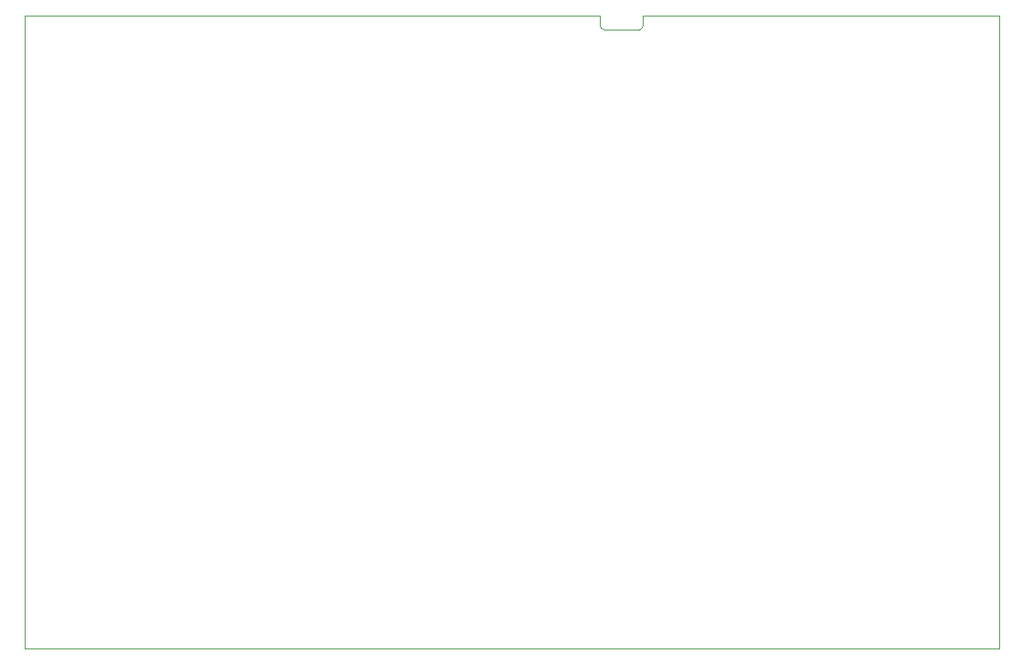
<source format=gbr>
%TF.GenerationSoftware,KiCad,Pcbnew,8.0.3*%
%TF.CreationDate,2024-06-25T21:05:21+01:00*%
%TF.ProjectId,PicoMIDITouchKeyboard,5069636f-4d49-4444-9954-6f7563684b65,rev?*%
%TF.SameCoordinates,Original*%
%TF.FileFunction,Profile,NP*%
%FSLAX46Y46*%
G04 Gerber Fmt 4.6, Leading zero omitted, Abs format (unit mm)*
G04 Created by KiCad (PCBNEW 8.0.3) date 2024-06-25 21:05:21*
%MOMM*%
%LPD*%
G01*
G04 APERTURE LIST*
%TA.AperFunction,Profile*%
%ADD10C,0.100000*%
%TD*%
%TA.AperFunction,Profile*%
%ADD11C,0.120000*%
%TD*%
G04 APERTURE END LIST*
D10*
X50000000Y-85000000D02*
X50000000Y-150000000D01*
X150000000Y-85000000D02*
X150000000Y-150000000D01*
X104730000Y-85000000D02*
X50000000Y-85000000D01*
X50000000Y-150000000D02*
X150000000Y-150000000D01*
X117730000Y-85000000D02*
X150000000Y-85000000D01*
D11*
%TO.C,J1*%
X109030000Y-85000000D02*
X104730000Y-85000000D01*
X109030000Y-86000000D02*
X109030000Y-85000000D01*
X109430000Y-86400000D02*
X113030000Y-86400000D01*
X113430000Y-85000000D02*
X117730000Y-85000000D01*
X113430000Y-86000000D02*
X113430000Y-85000000D01*
X109430000Y-86400000D02*
G75*
G02*
X109030000Y-86000000I0J400000D01*
G01*
X113430000Y-86000000D02*
G75*
G02*
X113030000Y-86400000I-400002J2D01*
G01*
%TD*%
M02*

</source>
